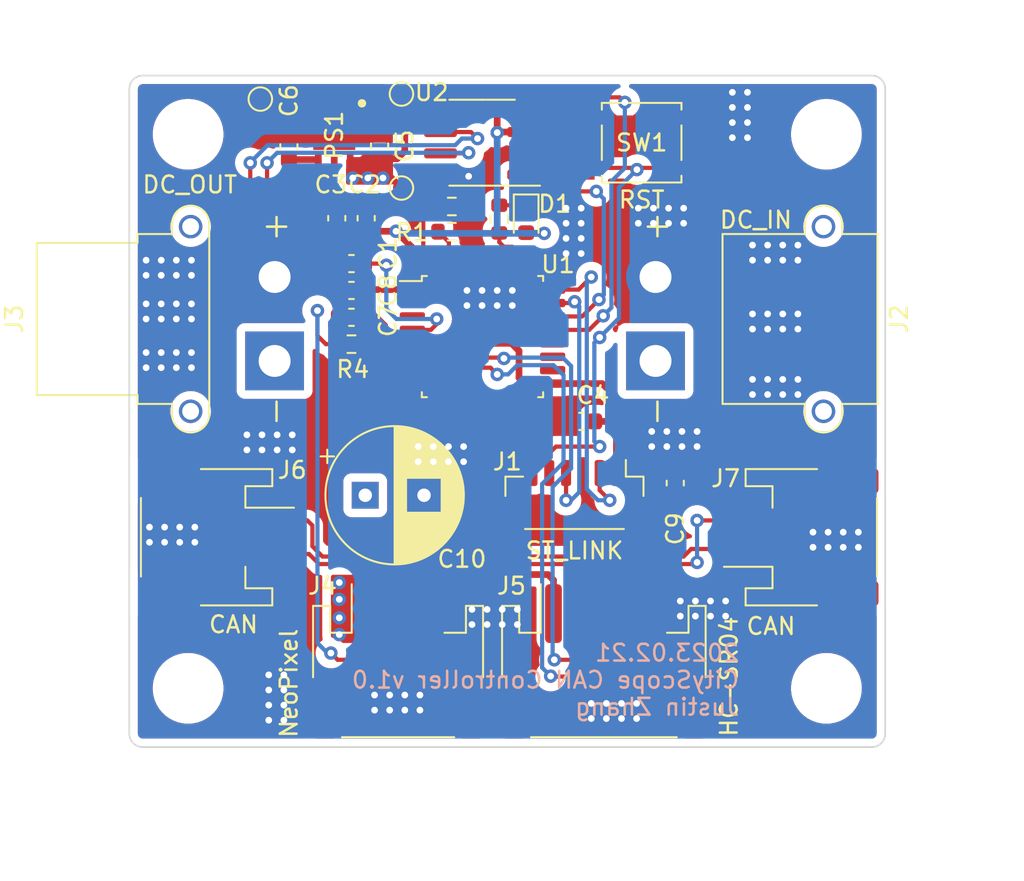
<source format=kicad_pcb>
(kicad_pcb (version 20211014) (generator pcbnew)
  (title_block (title "CityScope Controller") (date "2023-02-21") (rev "v1.0"))
  (layers (0 "F.Cu" signal) (1 "In1.Cu" signal "In1-PWR.Cu") (2 "In2.Cu" signal "In2-GND.Cu") (31 "B.Cu" signal) (34 "B.Paste" user) (35 "F.Paste" user) (36 "B.SilkS" user "B.Silkscreen") (37 "F.SilkS" user "F.Silkscreen") (38 "B.Mask" user) (39 "F.Mask" user) (44 "Edge.Cuts" user))
  (net 0 "")
  (net 1 "+5V")
  (net 2 "GND")
  (net 3 "+3.3V")
  (net 4 "/NRST")
  (net 5 "Net-(D1-Pad1)")
  (net 6 "/SWCLK")
  (net 7 "/HC_TRIG")
  (net 8 "/HC_ECHO")
  (net 9 "/CAN_H")
  (net 10 "/CAN_L")
  (net 11 "/SWDIO")
  (net 13 "Net-(J4-Pad2)")
  (net 16 "Net-(R1-Pad1)")
  (net 17 "/LED")
  (net 18 "/N_DI")
  (net 19 "Net-(R3-Pad1)")
  (net 20 "/CAN_TX")
  (net 21 "/CAN_RX")
  (footprint "Resistor_SMD:R_0603_1608Metric" (layer "F.Cu") (at 173.2 81.3)
    (fp_text reference "R1")
    (fp_text value "100k")
  )
  (footprint "Capacitor_SMD:C_0603_1608Metric" (layer "F.Cu") (at 167.225 83.2 180)
    (fp_text reference "C1")
    (fp_text value "100nF")
  )
  (footprint "Capacitor_SMD:C_0603_1608Metric" (layer "F.Cu") (at 168.1 80.5 -90)
    (fp_text reference "C2")
    (fp_text value "100nF")
  )
  (footprint "Connector_AMASS:AMASS_XT30PW-F_1x02_P2.50mm_Horizontal" (layer "F.Cu") (at 162.65 89 90)
    (fp_text reference "J3")
    (fp_text value "DC_OUT")
  )
  (footprint "CityScope_Component:SON95P300X300X100-7N-D" (layer "F.Cu") (at 166.2 75.555 -90)
    (fp_text reference "PS1")
    (fp_text value "LD39050PU33R" hide)
  )
  (footprint "MountingHole:MountingHole_3.2mm_M3" (layer "F.Cu") (at 157.5 75.5)
    (fp_text reference "H2" hide)
    (fp_text value "M3")
  )
  (footprint "TestPoint:TestPoint_Pad_D1.0mm" (layer "F.Cu") (at 170.2 78.7)
    (fp_text reference "TP1" hide)
    (fp_text value "5V")
  )
  (footprint "Connector_AMASS:AMASS_XT30PW-M_1x02_P2.50mm_Horizontal" (layer "F.Cu") (at 185.325 89 -90)
    (fp_text reference "J2")
    (fp_text value "DC_IN")
  )
  (footprint "Package_QFP:LQFP-32_7x7mm_P0.8mm" (layer "F.Cu") (at 175.025 87.55)
    (fp_text reference "U1")
    (fp_text value "STM32F303K8Tx")
  )
  (footprint "TestPoint:TestPoint_Pad_D1.0mm" (layer "F.Cu") (at 161.8 73.4)
    (fp_text reference "TP3" hide)
    (fp_text value "GND")
  )
  (footprint "Connector_JST:JST_PH_S2B-PH-SM4-TB_1x02-1MP_P2.00mm_Horizontal" (layer "F.Cu") (at 159.2 99.5 -90)
    (fp_text reference "J6")
    (fp_text value "CAN")
  )
  (footprint "TestPoint:TestPoint_Pad_D1.0mm" (layer "F.Cu") (at 170.2 73.1)
    (fp_text reference "TP2" hide)
    (fp_text value "3.3V")
  )
  (footprint "Fiducial:Fiducial_0.75mm_Mask1.5mm" (layer "F.Cu") (at 162 105.5)
    (fp_text reference "FID1" hide)
    (fp_text value "Fiducial")
  )
  (footprint "Capacitor_SMD:C_0603_1608Metric" (layer "F.Cu") (at 180.925 92.6)
    (fp_text reference "C4")
    (fp_text value "100nF")
  )
  (footprint "Capacitor_SMD:C_0603_1608Metric" (layer "F.Cu") (at 168.9 76.18 -90)
    (fp_text reference "C5")
    (fp_text value "1uF")
  )
  (footprint "Connector_JST:JST_SH_BM06B-SRSS-TB_1x06-1MP_P1.00mm_Vertical" (layer "F.Cu") (at 180.5 97 180)
    (fp_text reference "J1")
    (fp_text value "ST_LINK")
  )
  (footprint "Capacitor_SMD:C_0603_1608Metric" (layer "F.Cu") (at 166.35 80.5 -90)
    (fp_text reference "C3")
    (fp_text value "4.7uF")
  )
  (footprint "Resistor_SMD:R_0603_1608Metric" (layer "F.Cu") (at 167.225 88)
    (fp_text reference "R4")
    (fp_text value "470")
  )
  (footprint "Capacitor_SMD:C_0603_1608Metric" (layer "F.Cu") (at 163.5 76.23 -90)
    (fp_text reference "C6")
    (fp_text value "1uF")
  )
  (footprint "Connector_JST:JST_PH_S4B-PH-SM4-TB_1x04-1MP_P2.00mm_Horizontal" (layer "F.Cu") (at 182.25 106.9)
    (fp_text reference "J5")
    (fp_text value "HC-SR04")
  )
  (footprint "MountingHole:MountingHole_3.2mm_M3" (layer "F.Cu") (at 195.5 108.5)
    (fp_text reference "H1" hide)
    (fp_text value "M3")
  )
  (footprint "MountingHole:MountingHole_3.2mm_M3" (layer "F.Cu") (at 195.5 75.5)
    (fp_text reference "H4" hide)
    (fp_text value "M3")
  )
  (footprint "Capacitor_SMD:C_0603_1608Metric" (layer "F.Cu") (at 167.225 86.4)
    (fp_text reference "C7")
    (fp_text value "10nF")
  )
  (footprint "Resistor_SMD:R_0603_1608Metric" (layer "F.Cu") (at 173.2 79.8)
    (fp_text reference "R3" hide)
    (fp_text value "10k")
  )
  (footprint "Button_Switch_SMD:SW_SPST_TL3305A" (layer "F.Cu") (at 184.5 76)
    (fp_text reference "SW1")
    (fp_text value "RST")
  )
  (footprint "Fiducial:Fiducial_0.75mm_Mask1.5mm" (layer "F.Cu") (at 190.5 78)
    (fp_text reference "FID2" hide)
    (fp_text value "Fiducial")
  )
  (footprint "Connector_JST:JST_PH_S2B-PH-SM4-TB_1x02-1MP_P2.00mm_Horizontal" (layer "F.Cu") (at 194 99.5 90)
    (fp_text reference "J7")
    (fp_text value "CAN")
  )
  (footprint "Capacitor_SMD:C_0603_1608Metric" (layer "F.Cu") (at 167.225 84.8)
    (fp_text reference "C8")
    (fp_text value "1uF")
  )
  (footprint "Resistor_SMD:R_0603_1608Metric" (layer "F.Cu") (at 176.025 80.55 90)
    (fp_text reference "R2" hide)
    (fp_text value "1k")
  )
  (footprint "Connector_JST:JST_PH_S3B-PH-SM4-TB_1x03-1MP_P2.00mm_Horizontal" (layer "F.Cu") (at 170 106.9)
    (fp_text reference "J4")
    (fp_text value "NeoPixel")
  )
  (footprint "Capacitor_SMD:C_0603_1608Metric" (layer "F.Cu") (at 186.5 96.275 90)
    (fp_text reference "C9")
    (fp_text value "100nF")
  )
  (footprint "Package_SO:SOIC-8_3.9x4.9mm_P1.27mm" (layer "F.Cu") (at 175 76 180)
    (fp_text reference "U2")
    (fp_text value "SN65HVD231")
  )
  (footprint "Capacitor_THT:CP_Radial_D8.0mm_P3.50mm" (layer "F.Cu") (at 168.044698 97)
    (fp_text reference "C10")
    (fp_text value "1000uF")
  )
  (footprint "MountingHole:MountingHole_3.2mm_M3" (layer "F.Cu") (at 157.5 108.5)
    (fp_text reference "H3" hide)
    (fp_text value "M3")
  )
  (footprint "LED_SMD:LED_0603_1608Metric" (layer "F.Cu") (at 177.625 80.57 -90)
    (fp_text reference "D1")
    (fp_text value "LED")
  )
  (gr_arc (start 154.8 112) (mid 154.234315 111.765685) (end 154 111.2) (layer "Edge.Cuts") (width 0.1))
  (gr_arc (start 199 111.2) (mid 198.765685 111.765685) (end 198.2 112) (layer "Edge.Cuts") (width 0.1))
  (gr_line (start 154 72.8) (end 154 111.2) (layer "Edge.Cuts") (width 0.1))
  (gr_arc (start 154 72.8) (mid 154.234315 72.234315) (end 154.8 72) (layer "Edge.Cuts") (width 0.1))
  (gr_line (start 199 111.2) (end 199 72.8) (layer "Edge.Cuts") (width 0.1))
  (gr_line (start 154.8 112) (end 198.2 112) (layer "Edge.Cuts") (width 0.1))
  (gr_arc (start 198.2 72) (mid 198.765685 72.234315) (end 199 72.8) (layer "Edge.Cuts") (width 0.1))
  (gr_line (start 198.2 72) (end 154.8 72) (layer "Edge.Cuts") (width 0.1))
  (gr_text "2023.02.21\nCityScope CAN Controller v1.0\nJustin Zhang" (at 190.4 108) (layer "B.SilkS") (effects (font (size 1 1)) (justify left mirror)))
  (segment (start 167.15 77.055) (end 168.8 77.055) (width 0.4) (layer "F.Cu") (net 1))
  (segment (start 167.15 74.055) (end 169.855 74.055) (width 0.4) (layer "F.Cu") (net 1))
  (segment (start 168.575 101.725) (end 178.925 101.725) (width 0.4) (layer "F.Cu") (net 1))
  (segment (start 169.6 78.1) (end 170.2 78.7) (width 0.4) (layer "F.Cu") (net 1))
  (segment (start 168 104.05) (end 168 102.3) (width 0.4) (layer "F.Cu") (net 1))
  (segment (start 170.4 76.5) (end 170.4 74.6) (width 0.4) (layer "F.Cu") (net 1))
  (segment (start 178.925 101.725) (end 179.25 102.05) (width 0.4) (layer "F.Cu") (net 1))
  (segment (start 168 102.3) (end 168.575 101.725) (width 0.4) (layer "F.Cu") (net 1))
  (segment (start 168.8 77.055) (end 168.9 76.955) (width 0.4) (layer "F.Cu") (net 1))
  (segment (start 168.9 76.955) (end 169.945 76.955) (width 0.4) (layer "F.Cu") (net 1))
  (segment (start 179.25 102.05) (end 179.25 104.05) (width 0.4) (layer "F.Cu") (net 1))
  (segment (start 169.855 74.055) (end 170.4 74.6) (width 0.4) (layer "F.Cu") (net 1))
  (segment (start 169.1 78.1) (end 169.6 78.1) (width 0.4) (layer "F.Cu") (net 1))
  (segment (start 169.945 76.955) (end 170.4 76.5) (width 0.4) (layer "F.Cu") (net 1))
  (via (at 168.2 78.1) (size 0.8) (drill 0.4) (layers "F.Cu" "B.Cu") (net 1))
  (via (at 166.5 103.2) (size 0.8) (drill 0.4) (layers "F.Cu" "B.Cu") (net 1))
  (via (at 166.5 102.2) (size 0.8) (drill 0.4) (layers "F.Cu" "B.Cu") (net 1))
  (via (at 167.3 78.1) (size 0.8) (drill 0.4) (layers "F.Cu" "B.Cu") (net 1))
  (via (at 169.1 78.1) (size 0.8) (drill 0.4) (layers "F.Cu" "B.Cu") (net 1))
  (via (at 166.5 104.3) (size 0.8) (drill 0.4) (layers "F.Cu" "B.Cu") (net 1))
  (via (at 166.5 105.3) (size 0.8) (drill 0.4) (layers "F.Cu" "B.Cu") (net 1))
  (segment (start 174.025 81.3) (end 174.025 79.8) (width 0.25) (layer "F.Cu") (net 2))
  (segment (start 168.75 75.555) (end 166.2 75.555) (width 0.25) (layer "F.Cu") (net 2))
  (segment (start 165 83.2) (end 164.2 84) (width 0.25) (layer "F.Cu") (net 2))
  (segment (start 179.5 74.9) (end 179.9 74.5) (width 0.25) (layer "F.Cu") (net 2))
  (segment (start 168.9 75.405) (end 168.75 75.555) (width 0.25) (layer "F.Cu") (net 2))
  (segment (start 179.8 91.7) (end 177.85 91.7) (width 0.25) (layer "F.Cu") (net 2))
  (segment (start 179.9 74.5) (end 180.9 74.5) (width 0.25) (layer "F.Cu") (net 2))
  (segment (start 171.5 82.65) (end 171.5 80.3) (width 0.25) (layer "F.Cu") (net 2))
  (segment (start 166.45 84.8) (end 166.45 86.4) (width 0.25) (layer "F.Cu") (net 2))
  (segment (start 166.2 75.555) (end 163.6 75.555) (width 0.25) (layer "F.Cu") (net 2))
  (segment (start 163.6 75.555) (end 163.5 75.455) (width 0.25) (layer "F.Cu") (net 2))
  (segment (start 188.1 74.5) (end 180.9 74.5) (width 0.25) (layer "F.Cu") (net 2))
  (segment (start 171.5 80.3) (end 170.925 79.725) (width 0.25) (layer "F.Cu") (net 2))
  (segment (start 170.925 79.725) (end 168.1 79.725) (width 0.25) (layer "F.Cu") (net 2))
  (segment (start 179.065 76.635) (end 179.5 76.2) (width 0.25) (layer "F.Cu") (net 2))
  (segment (start 177.85 91.7) (end 177.825 91.725) (width 0.25) (layer "F.Cu") (net 2))
  (segment (start 177.475 76.635) (end 179.065 76.635) (width 0.25) (layer "F.Cu") (net 2))
  (segment (start 166.2 74.055) (end 166.2 75.555) (width 0.25) (layer "F.Cu") (net 2))
  (segment (start 180.15 92.05) (end 179.8 91.7) (width 0.25) (layer "F.Cu") (net 2))
  (segment (start 179.5 76.2) (end 179.5 74.9) (width 0.25) (layer "F.Cu") (net 2))
  (segment (start 172.225 83.375) (end 171.5 82.65) (width 0.25) (layer "F.Cu") (net 2))
  (segment (start 166.35 79.725) (end 168.1 79.725) (width 0.25) (layer "F.Cu") (net 2))
  (segment (start 166.45 83.2) (end 165 83.2) (width 0.25) (layer "F.Cu") (net 2))
  (segment (start 166.45 83.2) (end 166.45 84.8) (width 0.25) (layer "F.Cu") (net 2))
  (segment (start 164.2 84) (end 162.65 84) (width 0.25) (layer "F.Cu") (net 2))
  (segment (start 180.15 92.6) (end 180.15 92.05) (width 0.25) (layer "F.Cu") (net 2))
  (via (at 156.8 88.5) (size 0.8) (drill 0.4) (layers "F.Cu" "B.Cu") (net 2))
  (via (at 173.9 94.1) (size 0.8) (drill 0.4) (layers "F.Cu" "B.Cu") (net 2))
  (via (at 157.7 88.5) (size 0.8) (drill 0.4) (layers "F.Cu" "B.Cu") (net 2))
  (via (at 193.8 82.1) (size 0.8) (drill 0.4) (layers "F.Cu" "B.Cu") (net 2))
  (via (at 173 95) (size 0.8) (drill 0.4) (layers "F.Cu" "B.Cu") (net 2))
  (via (at 156.8 85.6) (size 0.8) (drill 0.4) (layers "F.Cu" "B.Cu") (net 2))
  (via (at 186.8 103.3) (size 0.8) (drill 0.4) (layers "F.Cu" "B.Cu") (net 2))
  (via (at 180.9 82.6) (size 0.8) (drill 0.4) (layers "F.Cu" "B.Cu") (net 2))
  (via (at 180.9 81.7) (size 0.8) (drill 0.4) (layers "F.Cu" "B.Cu") (net 2))
  (via (at 162.3 107.7) (size 0.8) (drill 0.4) (layers "F.Cu" "B.Cu") (net 2))
  (via (at 192 87.1) (size 0.8) (drill 0.4) (layers "F.Cu" "B.Cu") (net 2))
  (via (at 186.9 93.2) (size 0.8) (drill 0.4) (layers "F.Cu" "B.Cu") (net 2))
  (via (at 155 89.4) (size 0.8) (drill 0.4) (layers "F.Cu" "B.Cu") (net 2))
  (via (at 171.3 109.8) (size 0.8) (drill 0.4) (layers "F.Cu" "B.Cu") (net 2))
  (via (at 190.8 74.8) (size 0.8) (drill 0.4) (layers "F.Cu" "B.Cu") (net 2))
  (via (at 188.6 103.3) (size 0.8) (drill 0.4) (layers "F.Cu" "B.Cu") (net 2))
  (via (at 172.1 94.1) (size 0.8) (drill 0.4) (layers "F.Cu" "B.Cu") (net 2))
  (via (at 161 93.4) (size 0.8) (drill 0.4) (layers "F.Cu" "B.Cu") (net 2))
  (via (at 174.4 103.8) (size 0.8) (drill 0.4) (layers "F.Cu" "B.Cu") (net 2))
  (via (at 157 99.8) (size 0.8) (drill 0.4) (layers "F.Cu" "B.Cu") (net 2))
  (via (at 171.3 108.9) (size 0.8) (drill 0.4) (layers "F.Cu" "B.Cu") (net 2))
  (via (at 161.9 94.3) (size 0.8) (drill 0.4) (layers "F.Cu" "B.Cu") (net 2))
  (via (at 170.4 108.9) (size 0.8) (drill 0.4) (layers "F.Cu" "B.Cu") (net 2))
  (via (at 193.8 91) (size 0.8) (drill 0.4) (layers "F.Cu" "B.Cu") (net 2))
  (via (at 186 94.1) (size 0.8) (drill 0.4) (layers "F.Cu" "B.Cu") (net 2))
  (via (at 192.9 82.1) (size 0.8) (drill 0.4) (layers "F.Cu" "B.Cu") (net 2))
  (via (at 162.3 109.5) (size 0.8) (drill 0.4) (layers "F.Cu" "B.Cu") (net 2))
  (via (at 191.1 87.1) (size 0.8) (drill 0.4) (layers "F.Cu" "B.Cu") (net 2))
  (via (at 191.1 90.1) (size 0.8) (drill 0.4) (layers "F.Cu" "B.Cu") (net 2))
  (via (at 163.2 110.4) (size 0.8) (drill 0.4) (layers "F.Cu" "B.Cu") (net 2))
  (via (at 187.8 94.1) (size 0.8) (drill 0.4) (layers "F.Cu" "B.Cu") (net 2))
  (via (at 156.1 98.9) (size 0.8) (drill 0.4) (layers "F.Cu" "B.Cu") (net 2))
  (via (at 156.1 99.8) (size 0.8) (drill 0.4) (layers "F.Cu" "B.Cu") (net 2))
  (via (at 181.5 109.4) (size 0.8) (drill 0.4) (layers "F.Cu" "B.Cu") (net 2))
  (via (at 195.6 99.2) (size 0.8) (drill 0.4) (layers "F.Cu" "B.Cu") (net 2))
  (via (at 174.1 84.8) (size 0.8) (drill 0.4) (layers "F.Cu" "B.Cu") (net 2))
  (via (at 155 83.9) (size 0.8) (drill 0.4) (layers "F.Cu" "B.Cu") (net 2))
  (via (at 190.8 73.9) (size 0.8) (drill 0.4) (layers "F.Cu" "B.Cu") (net 2))
  (via (at 187.8 93.2) (size 0.8) (drill 0.4) (layers "F.Cu" "B.Cu") (net 2))
  (via (at 185.2 80.8) (size 0.8) (drill 0.4) (layers "F.Cu" "B.Cu") (net 2))
  (via (at 182.4 109.4) (size 0.8) (drill 0.4) (layers "F.Cu" "B.Cu") (net 2))
  (via (at 188.6 104.2) (size 0.8) (drill 0.4) (layers "F.Cu" "B.Cu") (net 2))
  (via (at 173 94.1) (size 0.8) (drill 0.4) (layers "F.Cu" "B.Cu") (net 2))
  (via (at 192 83) (size 0.8) (drill 0.4) (layers "F.Cu" "B.Cu") (net 2))
  (via (at 189.9 73) (size 0.8) (drill 0.4) (layers "F.Cu" "B.Cu") (net 2))
  (via (at 180 81.7) (size 0.8) (drill 0.4) (layers "F.Cu" "B.Cu") (net 2))
  (via (at 175.3 103.8) (size 0.8) (drill 0.4) (layers "F.Cu" "B.Cu") (net 2))
  (via (at 192.9 90.1) (size 0.8) (drill 0.4) (layers "F.Cu" "B.Cu") (net 2))
  (via (at 157.9 99.8) (size 0.8) (drill 0.4) (layers "F.Cu" "B.Cu") (net 2))
  (via (at 176.8 85.7) (size 0.8) (drill 0.4) (layers "F.Cu" "B.Cu") (net 2))
  (via (at 157.7 89.4) (size 0.8) (drill 0.4) (layers "F.Cu" "B.Cu") (net 2))
  (via (at 155.9 83.9) (size 0.8) (drill 0.4) (layers "F.Cu" "B.Cu") (net 2))
  (via (at 157.7 86.5) (size 0.8) (drill 0.4) (layers "F.Cu" "B.Cu") (net 2))
  (via (at 193.8 83) (size 0.8) (drill 0.4) (layers "F.Cu" "B.Cu") (net 2))
  (via (at 180 80.8) (size 0.8) (drill 0.4) (layers "F.Cu" "B.Cu") (net 2))
  (via (at 176.2 104.7) (size 0.8) (drill 0.4) (layers "F.Cu" "B.Cu") (net 2))
  (via (at 176.8 84.8) (size 0.8) (drill 0.4) (layers "F.Cu" "B.Cu") (net 2))
  (via (at 155.2 98.9) (size 0.8) (drill 0.4) (layers "F.Cu" "B.Cu") (net 2))
  (via (at 189.5 104.2) (size 0.8) (drill 0.4) (layers "F.Cu" "B.Cu") (net 2))
  (via (at 180 79.9) (size 0.8) (drill 0.4) (layers "F.Cu" "B.Cu") (net 2))
  (via (at 183.3 110.3) (size 0.8) (drill 0.4) (layers "F.Cu" "B.Cu") (net 2))
  (via (at 155 83) (size 0.8) (drill 0.4) (layers "F.Cu" "B.Cu") (net 2))
  (via (at 156.8 86.5) (size 0.8) (drill 0.4) (layers "F.Cu" "B.Cu") (net 2))
  (via (at 191.1 83) (size 0.8) (drill 0.4) (layers "F.Cu" "B.Cu") (net 2))
  (via (at 189.9 74.8) (size 0.8) (drill 0.4) (layers "F.Cu" "B.Cu") (net 2))
  (via (at 190.8 73) (size 0.8) (drill 0.4) (layers "F.Cu" "B.Cu") (net 2))
  (via (at 175 84.8) (size 0.8) (drill 0.4) (layers "F.Cu" "B.Cu") (net 2))
  (via (at 155.9 89.4) (size 0.8) (drill 0.4) (layers "F.Cu" "B.Cu") (net 2))
  (via (at 193.8 90.1) (size 0.8) (drill 0.4) (layers "F.Cu" "B.Cu") (net 2))
  (via (at 186.1 79.9) (size 0.8) (drill 0.4) (layers "F.Cu" "B.Cu") (net 2))
  (via (at 186.9 94.1) (size 0.8) (drill 0.4) (layers "F.Cu" "B.Cu") (net 2))
  (via (at 173.9 95) (size 0.8) (drill 0.4) (layers "F.Cu" "B.Cu") (net 2))
  (via (at 156.8 89.4) (size 0.8) (drill 0.4) (layers "F.Cu" "B.Cu") (net 2))
  (via (at 192.9 91) (size 0.8) (drill 0.4) (layers "F.Cu" "B.Cu") (net 2))
  (via (at 191.1 86.2) (size 0.8) (drill 0.4) (layers "F.Cu" "B.Cu") (net 2))
  (via (at 192.9 86.2) (size 0.8) (drill 0.4) (layers "F.Cu" "B.Cu") (net 2))
  (via (at 163.2 107.7) (size 0.8) (drill 0.4) (layers "F.Cu" "B.Cu") (net 2))
  (via (at 157.7 83.9) (size 0.8) (drill 0.4) (layers "F.Cu" "B.Cu") (net 2))
  (via (at 185.2 79.9) (size 0.8) (drill 0.4) (layers "F.Cu" "B.Cu") (net 2))
  (via (at 157.7 83) (size 0.8) (drill 0.4) (layers "F.Cu" "B.Cu") (net 2))
  (via (at 193.8 86.2) (size 0.8) (drill 0.4) (layers "F.Cu" "B.Cu") (net 2))
  (via (at 192 86.2) (size 0.8) (drill 0.4) (layers "F.Cu" "B.Cu") (net 2))
  (via (at 186.8 104.2) (size 0.8) (drill 0.4) (layers "F.Cu" "B.Cu") (net 2))
  (via (at 192 82.1) (size 0.8) (drill 0.4) (layers "F.Cu" "B.Cu") (net 2))
  (via (at 185.1 93.2) (size 0.8) (drill 0.4) (layers "F.Cu" "B.Cu") (net 2))
  (via (at 157 98.9) (size 0.8) (drill 0.4) (layers "F.Cu" "B.Cu") (net 2))
  (via (at 176.2 103.8) (size 0.8) (drill 0.4) (layers "F.Cu" "B.Cu") (net 2))
  (via (at 177.1 103.8) (size 0.8) (drill 0.4) (layers "F.Cu" "B.Cu") (net 2))
  (via (at 169.5 108.9) (size 0.8) (drill 0.4) (layers "F.Cu" "B.Cu") (net 2))
  (via (at 162.8 93.4) (size 0.8) (drill 0.4) (layers "F.Cu" "B.Cu") (net 2))
  (via (at 155 88.5) (size 0.8) (drill 0.4) (layers "F.Cu" "B.Cu") (net 2))
  (via (at 190.8 75.7) (size 0.8) (drill 0.4) (layers "F.Cu" "B.Cu") (net 2))
  (via (at 157.9 98.9) (size 0.8) (drill 0.4) (layers "F.Cu" "B.Cu") (net 2))
  (via (at 184.3 79.9) (size 0.8) (drill 0.4) (layers "F.Cu" "B.Cu") (net 2))
  (via (at 184.2 110.3) (size 0.8) (drill 0.4) (layers "F.Cu" "B.Cu") (net 2))
  (via (at 168.6 109.8) (size 0.8) (drill 0.4) (layers "F.Cu" "B.Cu") (net 2))
  (via (at 192 91) (size 0.8) (drill 0.4) (layers "F.Cu" "B.Cu") (net 2))
  (via (at 169.5 109.8) (size 0.8) (drill 0.4) (layers "F.Cu" "B.Cu") (net 2))
  (via (at 185.1 94.1) (size 0.8) (drill 0.4) (layers "F.Cu" "B.Cu") (net 2))
  (via (at 186.1 80.8) (size 0.8) (drill 0.4) (layers "F.Cu" "B.Cu") (net 2))
  (via (at 155.2 99.8) (size 0.8) (drill 0.4) (layers "F.Cu" "B.Cu") (net 2))
  (via (at 163.7 94.3) (size 0.8) (drill 0.4) (layers "F.Cu" "B.Cu") (net 2))
  (via (at 171.2 94.1) (size 0.8) (drill 0.4) (layers "F.Cu" "B.Cu") (net 2))
  (via (at 156.8 83.9) (size 0.8) (drill 0.4) (layers "F.Cu" "B.Cu") (net 2))
  (via (at 192.9 83) (size 0.8) (drill 0.4) (layers "F.Cu" "B.Cu") (net 2))
  (via (at 175.3 104.7) (size 0.8) (drill 0.4) (layers "F.Cu" "B.Cu") (net 2))
  (via (at 191.1 82.1) (size 0.8) (drill 0.4) (layers "F.Cu" "B.Cu") (net 2))
  (via (at 194.7 100.1) (size 0.8) (drill 0.4) (layers "F.Cu" "B.Cu") (net 2))
  (via (at 155.9 85.6) (size 0.8) (drill 0.4) (layers "F.Cu" "B.Cu") (net 2))
  (via (at 155.9 83) (size 0.8) (drill 0.4) (layers "F.Cu" "B.Cu") (net 2))
  (via (at 156.8 83) (size 0.8) (drill 0.4) (layers "F.Cu" "B.Cu") (net 2))
  (via (at 170.4 109.8) (size 0.8) (drill 0.4) (layers "F.Cu" "B.Cu") (net 2))
  (via (at 155.9 86.5) (size 0.8) (drill 0.4) (layers "F.Cu" "B.Cu") (net 2))
  (via (at 180.9 80.8) (size 0.8) (drill 0.4) (layers "F.Cu" "B.Cu") (net 2))
  (via (at 161.9 93.4) (size 0.8) (drill 0.4) (layers "F.Cu" "B.Cu") (net 2))
  (via (at 192.9 87.1) (size 0.8) (drill 0.4) (layers "F.Cu" "B.Cu") (net 2))
  (via (at 180.9 79.9) (size 0.8) (drill 0.4) (layers "F.Cu" "B.Cu") (net 2))
  (via (at 163.2 109.5) (size 0.8) (drill 0.4) (layers "F.Cu" "B.Cu") (net 2))
  (via (at 189.9 75.7) (size 0.8) (drill 0.4) (layers "F.Cu" "B.Cu") (net 2))
  (via (at 171.2 95) (size 0.8) (drill 0.4) (layers "F.Cu" "B.Cu") (net 2))
  (via (at 195.6 100.1) (size 0.8) (drill 0.4) (layers "F.Cu" "B.Cu") (net 2))
  (via (at 193.8 87.1) (size 0.8) (drill 0.4) (layers "F.Cu" "B.Cu") (net 2))
  (via (at 157.7 85.6) (size 0.8) (drill 0.4) (layers "F.Cu" "B.Cu") (net 2))
  (via (at 174.4 104.7) (size 0.8) (drill 0.4) (layers "F.Cu" "B.Cu") (net 2))
  (via (at 187 79.9) (size 0.8) (drill 0.4) (layers "F.Cu" "B.Cu") (net 2))
  (via (at 177.1 104.7) (size 0.8) (drill 0.4) (layers "F.Cu" "B.Cu") (net 2))
  (via (at 175.9 85.7) (size 0.8) (drill 0.4) (layers "F.Cu" "B.Cu") (net 2))
  (via (at 194.7 99.2) (size 0.8) (drill 0.4) (layers "F.Cu" "B.Cu") (net 2))
  (via (at 187 80.8) (size 0.8) (drill 0.4) (layers "F.Cu" "B.Cu") (net 2))
  (via (at 155 86.5) (size 0.8) (drill 0.4) (layers "F.Cu" "B.Cu") (net 2))
  (via (at 189.5 103.3) (size 0.8) (drill 0.4) (layers "F.Cu" "B.Cu") (net 2))
  (via (at 162.8 94.3) (size 0.8) (drill 0.4) (layers "F.Cu" "B.Cu") (net 2))
  (via (at 192 90.1) (size 0.8) (drill 0.4) (layers "F.Cu" "B.Cu") (net 2))
  (via (at 174.1 85.7) (size 0.8) (drill 0.4) (layers "F.Cu" "B.Cu") (net 2))
  (via (at 189.9 73.9) (size 0.8) (drill 0.4) (layers "F.Cu" "B.Cu") (net 2))
  (via (at 180 82.6) (size 0.8) (drill 0.4) (layers "F.Cu" "B.Cu") (net 2))
  (via (at 182.4 110.3) (size 0.8) (drill 0.4) (layers "F.Cu" "B.Cu") (net 2))
  (via (at 172.1 95) (size 0.8) (drill 0.4) (layers "F.Cu" "B.Cu") (net 2))
  (via (at 187.7 103.3) (size 0.8) (drill 0.4) (layers "F.Cu" "B.Cu") (net 2))
  (via (at 181.5 110.3) (size 0.8) (drill 0.4) (layers "F.Cu" "B.Cu") (net 2))
  (via (at 163.7 93.4) (size 0.8) (drill 0.4) (layers "F.Cu" "B.Cu") (net 2))
  (via (at 197.4 99.2) (size 0.8) (drill 0.4) (layers "F.Cu" "B.Cu") (net 2))
  (via (at 184.3 80.8) (size 0.8) (drill 0.4) (layers "F.Cu" "B.Cu") (net 2))
  (via (at 174.2 78) (size 0.8) (drill 0.4) (layers "F.Cu" "B.Cu") (net 2))
  (via (at 163.2 108.6) (size 0.8) (drill 0.4) (layers "F.Cu" "B.Cu") (net 2))
  (via (at 168.6 108.9) (size 0.8) (drill 0.4) (layers "F.Cu" "B.Cu") (net 2))
  (via (at 161 94.3) (size 0.8) (drill 0.4) (layers "F.Cu" "B.Cu") (net 2))
  (via (at 191.1 91) (size 0.8) (drill 0.4) (layers "F.Cu" "B.Cu") (net 2))
  (via (at 196.5 99.2) (size 0.8) (drill 0.4) (layers "F.Cu" "B.Cu") (net 2))
  (via (at 186 93.2) (size 0.8) (drill 0.4) (layers "F.Cu" "B.Cu") (net 2))
  (via (at 183.3 109.4) (size 0.8) (drill 0.4) (layers "F.Cu" "B.Cu") (net 2))
  (via (at 175 85.7) (size 0.8) (drill 0.4) (layers "F.Cu" "B.Cu") (net 2))
  (via (at 196.5 100.1) (size 0.8) (drill 0.4) (layers "F.Cu" "B.Cu") (net 2))
  (via (at 197.4 100.1) (size 0.8) (drill 0.4) (layers "F.Cu" "B.Cu") (net 2))
  (via (at 187.7 104.2) (size 0.8) (drill 0.4) (layers "F.Cu" "B.Cu") (net 2))
  (via (at 155 85.6) (size 0.8) (drill 0.4) (layers "F.Cu" "B.Cu") (net 2))
  (via (at 162.3 110.4) (size 0.8) (drill 0.4) (layers "F.Cu" "B.Cu") (net 2))
  (via (at 184.2 109.4) (size 0.8) (drill 0.4) (layers "F.Cu" "B.Cu") (net 2))
  (via (at 162.3 108.6) (size 0.8) (drill 0.4) (layers "F.Cu" "B.Cu") (net 2))
  (via (at 155.9 88.5) (size 0.8) (drill 0.4) (layers "F.Cu" "B.Cu") (net 2))
  (via (at 175.9 84.8) (size 0.8) (drill 0.4) (layers "F.Cu" "B.Cu") (net 2))
  (segment (start 166.35 81.275) (end 165.875 81.275) (width 0.4) (layer "F.Cu") (net 3))
  (segment (start 185.75 97.05) (end 184.375 95.675) (width 0.4) (layer "F.Cu") (net 3))
  (segment (start 183 95.675) (end 183 92.9) (width 0.4) (layer "F.Cu") (net 3))
  (segment (start 179.2 90.35) (end 177.55 90.35) (width 0.4) (layer "F.Cu") (net 3))
  (segment (start 177.2 90) (end 177.2 88.4) (width 0.4) (layer "F.Cu") (net 3))
  (segment (start 186.5 97.05) (end 185.75 97.05) (width 0.4) (layer "F.Cu") (net 3))
  (segment (start 175.935 75.365) (end 175.9 75.4) (width 0.4) (layer "F.Cu") (net 3))
  (segment (start 170.85 82.25) (end 170.85 84.75) (width 0.4) (layer "F.Cu") (net 3))
  (segment (start 169.2 86.9) (end 169.2 87.4) (width 0.4) (layer "F.Cu") (net 3))
  (segment (start 182.15 90.35) (end 183 91.2) (width 0.4) (layer "F.Cu") (net 3))
  (segment (start 169.2 87.4) (end 169.75 87.95) (width 0.4) (layer "F.Cu") (net 3))
  (segment (start 178.7 81.4) (end 177.6675 81.4) (width 0.4) (layer "F.Cu") (net 3))
  (segment (start 169.875 81.275) (end 170.85 82.25) (width 0.4) (layer "F.Cu") (net 3))
  (segment (start 183 91.2) (end 183 92.6) (width 0.4) (layer "F.Cu") (net 3))
  (segment (start 163.5 77.005) (end 165.2 77.005) (width 0.4) (layer "F.Cu") (net 3))
  (segment (start 169.75 87.95) (end 170.85 87.95) (width 0.4) (layer "F.Cu") (net 3))
  (segment (start 168 86.4) (end 168.7 86.4) (width 0.4) (layer "F.Cu") (net 3))
  (segment (start 179.2 90.35) (end 182.15 90.35) (width 0.4) (layer "F.Cu") (net 3))
  (segment (start 183 92.6) (end 183 92.9) (width 0.4) (layer "F.Cu") (net 3))
  (segment (start 168.7 86.4) (end 169.2 86.9) (width 0.4) (layer "F.Cu") (net 3))
  (segment (start 175.3 73.1) (end 175.9 73.7) (width 0.4) (layer "F.Cu") (net 3))
  (segment (start 177.2 88.4) (end 176.75 87.95) (width 0.4) (layer "F.Cu") (net 3))
  (segment (start 177.55 90.35) (end 177.2 90) (width 0.4) (layer "F.Cu") (net 3))
  (segment (start 184.375 95.675) (end 183 95.675) (width 0.4) (layer "F.Cu") (net 3))
  (segment (start 170.2 73.1) (end 175.3 73.1) (width 0.4) (layer "F.Cu") (net 3))
  (segment (start 168.1 81.275) (end 169.875 81.275) (width 0.4) (layer "F.Cu") (net 3))
  (segment (start 165.875 81.275) (end 165.25 80.65) (width 0.4) (layer "F.Cu") (net 3))
  (segment (start 170.85 84.75) (end 168.05 84.75) (width 0.4) (layer "F.Cu") (net 3))
  (segment (start 177.475 75.365) (end 175.935 75.365) (width 0.4) (layer "F.Cu") (net 3))
  (segment (start 165.25 80.65) (end 165.25 77.055) (width 0.4) (layer "F.Cu") (net 3))
  (segment (start 168.05 84.75) (end 168 84.8) (width 0.4) (layer "F.Cu") (net 3))
  (segment (start 181.7 92.6) (end 183 92.6) (width 0.4) (layer "F.Cu") (net 3))
  (segment (start 165.2 77.005) (end 165.25 77.055) (width 0.4) (layer "F.Cu") (net 3))
  (segment (start 177.6675 81.4) (end 177.625 81.3575) (width 0.4) (layer "F.Cu") (net 3))
  (segment (start 168 84.8) (end 168 86.4) (width 0.4) (layer "F.Cu") (net 3))
  (segment (start 176.75 87.95) (end 170.85 87.95) (width 0.4) (layer "F.Cu") (net 3))
  (segment (start 175.9 73.7) (end 175.9 75.4) (width 0.4) (layer "F.Cu") (net 3))
  (segment (start 168.1 81.275) (end 166.35 81.275) (width 0.4) (layer "F.Cu") (net 3))
  (via (at 175.9 75.4) (size 0.8) (drill 0.4) (layers "F.Cu" "B.Cu") (net 3))
  (via (at 178.7 81.4) (size 0.8) (drill 0.4) (layers "F.Cu" "B.Cu") (net 3))
  (via (at 169.875 81.275) (size 0.8) (drill 0.4) (layers "F.Cu" "B.Cu") (net 3))
  (segment (start 170 81.4) (end 169.875 81.275) (width 0.4) (layer "B.Cu") (net 3))
  (segment (start 175.9 75.4) (end 175.9 81.3) (width 0.4) (layer "B.Cu") (net 3))
  (segment (start 176.5 81.4) (end 178.7 81.4) (width 0.4) (layer "B.Cu") (net 3))
  (segment (start 176 81.4) (end 170 81.4) (width 0.4) (layer "B.Cu") (net 3))
  (segment (start 176.5 81.4) (end 176 81.4) (width 0.4) (layer "B.Cu") (net 3))
  (segment (start 175.9 81.3) (end 176 81.4) (width 0.4) (layer "B.Cu") (net 3))
  (segment (start 179 94.5) (end 179.4 94.1) (width 0.25) (layer "F.Cu") (net 4))
  (segment (start 169.2 83.2) (end 169.3 83.3) (width 0.25) (layer "F.Cu") (net 4))
  (segment (start 171.95 87.15) (end 172.3 86.8) (width 0.25) (layer "F.Cu") (net 4))
  (segment (start 168 83.2) (end 169.2 83.2) (width 0.25) (layer "F.Cu") (net 4))
  (segment (start 184.217219 77.60246) (end 184.114759 77.5) (width 0.25) (layer "F.Cu") (net 4))
  (segment (start 184.114759 77.5) (end 180.9 77.5) (width 0.25) (layer "F.Cu") (net 4))
  (segment (start 179.4 94.1) (end 182 94.1) (width 0.25) (layer "F.Cu") (net 4))
  (segment (start 188.1 77.5) (end 184.319679 77.5) (width 0.25) (layer "F.Cu") (net 4))
  (segment (start 184.319679 77.5) (end 184.217219 77.60246) (width 0.25) (layer "F.Cu") (net 4))
  (segment (start 172.3 86.8) (end 172.3 86.5) (width 0.25) (layer "F.Cu") (net 4))
  (segment (start 179 95.675) (end 179 94.5) (width 0.25) (layer "F.Cu") (net 4))
  (segment (start 170.85 87.15) (end 171.95 87.15) (width 0.25) (layer "F.Cu") (net 4))
  (via (at 172.3 86.5) (size 0.8) (drill 0.4) (layers "F.Cu" "B.Cu") (net 4))
  (via (at 184.217219 77.60246) (size 0.8) (drill 0.4) (layers "F.Cu" "B.Cu") (net 4))
  (via (at 182 94.1) (size 0.8) (drill 0.4) (layers "F.Cu" "B.Cu") (net 4))
  (via (at 182 87.6) (size 0.8) (drill 0.4) (layers "F.Cu" "B.Cu") (net 4))
  (via (at 169.3 83.3) (size 0.8) (drill 0.4) (layers "F.Cu" "B.Cu") (net 4))
  (segment (start 183.15 86.45) (end 182 87.6) (width 0.25) (layer "B.Cu") (net 4))
  (segment (start 183.15 78.669679) (end 183.15 85.1) (width 0.25) (layer "B.Cu") (net 4))
  (segment (start 181.684563 93.784563) (end 181.684563 87.915437) (width 0.25) (layer "B.Cu") (net 4))
  (segment (start 169.9 86.5) (end 169.3 85.9) (width 0.25) (layer "B.Cu") (net 4))
  (segment (start 172.3 86.5) (end 169.9 86.5) (width 0.25) (layer "B.Cu") (net 4))
  (segment (start 182 94.1) (end 181.684563 93.784563) (width 0.25) (layer "B.Cu") (net 4))
  (segment (start 183.15 85.1) (end 183.15 86.45) (width 0.25) (layer "B.Cu") (net 4))
  (segment (start 184.217219 77.60246) (end 183.15 78.669679) (width 0.25) (layer "B.Cu") (net 4))
  (segment (start 169.3 83.3) (end 169.3 85.9) (width 0.25) (layer "B.Cu") (net 4))
  (segment (start 181.684563 87.915437) (end 182 87.6) (width 0.25) (layer "B.Cu") (net 4))
  (segment (start 176.025 79.725) (end 177.5675 79.725) (width 0.25) (layer "F.Cu") (net 5))
  (segment (start 177.5675 79.725) (end 177.625 79.7825) (width 0.25) (layer "F.Cu") (net 5))
  (segment (start 182 96.7) (end 182.6 97.3) (width 0.25) (layer "F.Cu") (net 6))
  (segment (start 180.75 84.75) (end 181.5 84) (width 0.25) (layer "F.Cu") (net 6))
  (segment (start 179.2 84.75) (end 180.75 84.75) (width 0.25) (layer "F.Cu") (net 6))
  (segment (start 182 95.675) (end 182 96.7) (width 0.25) (layer "F.Cu") (net 6))
  (via (at 182.6 97.3) (size 0.8) (drill 0.4) (layers "F.Cu" "B.Cu") (net 6))
  (via (at 181.5 84) (size 0.8) (drill 0.4) (layers "F.Cu" "B.Cu") (net 6))
  (segment (start 181.234563 84.265437) (end 181.234563 96.134563) (width 0.25) (layer "B.Cu") (net 6))
  (segment (start 181.9 97.3) (end 181.3 96.7) (width 0.25) (layer "B.Cu") (net 6))
  (segment (start 182.6 97.3) (end 181.9 97.3) (width 0.25) (layer "B.Cu") (net 6))
  (segment (start 181.234563 96.634563) (end 181.234563 96.134563) (width 0.25) (layer "B.Cu") (net 6))
  (segment (start 181.5 84) (end 181.234563 84.265437) (width 0.25) (layer "B.Cu") (net 6))
  (segment (start 181.3 96.7) (end 181.234563 96.634563) (width 0.25) (layer "B.Cu") (net 6))
  (segment (start 179.3 106.8) (end 180.7 106.8) (width 0.25) (layer "F.Cu") (net 7))
  (segment (start 176.2505 88.8) (end 176.3 88.8495) (width 0.25) (layer "F.Cu") (net 7))
  (segment (start 170.85 89.55) (end 172.05 89.55) (width 0.25) (layer "F.Cu") (net 7))
  (segment (start 172.05 89.55) (end 172.8 88.8) (width 0.25) (layer "F.Cu") (net 7))
  (segment (start 172.8 88.8) (end 176.2505 88.8) (width 0.25) (layer "F.Cu") (net 7))
  (segment (start 180.7 106.8) (end 181.25 106.25) (width 0.25) (layer "F.Cu") (net 7))
  (segment (start 181.25 106.25) (end 181.25 104.05) (width 0.25) (layer "F.Cu") (net 7))
  (via (at 179.3 106.8) (size 0.8) (drill 0.4) (layers "F.Cu" "B.Cu") (net 7))
  (via (at 176.3 88.8495) (size 0.8) (drill 0.4) (layers "F.Cu" "B.Cu") (net 7))
  (segment (start 179.2 106.7) (end 179.3 106.8) (width 0.25) (layer "B.Cu") (net 7))
  (segment (start 179.8 88.8) (end 180.3 89.3) (width 0.25) (layer "B.Cu") (net 7))
  (segment (start 180.3 95.4) (end 179.2 96.5) (width 0.25) (layer "B.Cu") (net 7))
  (segment (start 180.3 89.3) (end 180.3 95.4) (width 0.25) (layer "B.Cu") (net 7))
  (segment (start 176.3 88.8495) (end 176.3495 88.8) (width 0.25) (layer "B.Cu") (net 7))
  (segment (start 176.3495 88.8) (end 179.8 88.8) (width 0.25) (layer "B.Cu") (net 7))
  (segment (start 179.2 96.5) (end 179.2 106.7) (width 0.25) (layer "B.Cu") (net 7))
  (segment (start 172.225 91.725) (end 172.225 90.175) (width 0.25) (layer "F.Cu") (net 8))
  (segment (start 183.25 107.15) (end 183.25 104.05) (width 0.25) (layer "F.Cu") (net 8))
  (segment (start 182.6 107.8) (end 183.25 107.15) (width 0.25) (layer "F.Cu") (net 8))
  (segment (start 179.083177 107.775701) (end 179.107476 107.8) (width 0.25) (layer "F.Cu") (net 8))
  (segment (start 172.225 90.175) (end 173 89.4) (width 0.25) (layer "F.Cu") (net 8))
  (segment (start 179.107476 107.8) (end 182.6 107.8) (width 0.25) (layer "F.Cu") (net 8))
  (segment (start 173 89.4) (end 175.5 89.4) (width 0.25) (layer "F.Cu") (net 8))
  (segment (start 175.5 89.4) (end 175.9 89.8) (width 0.25) (layer "F.Cu") (net 8))
  (via (at 175.9 89.8) (size 0.8) (drill 0.4) (layers "F.Cu" "B.Cu") (net 8))
  (via (at 179.083177 107.775701) (size 0.8) (drill 0.4) (layers "F.Cu" "B.Cu") (net 8))
  (segment (start 179.25 89.25) (end 177.1 89.25) (width 0.25) (layer "B.Cu") (net 8))
  (segment (start 177.1 89.25) (end 176.55 89.8) (width 0.25) (layer "B.Cu") (net 8))
  (segment (start 176.55 89.8) (end 175.9 89.8) (width 0.25) (layer "B.Cu") (net 8))
  (segment (start 179.85 89.85) (end 179.25 89.25) (width 0.25) (layer "B.Cu") (net 8))
  (segment (start 179.083177 107.775701) (end 178.575 107.267524) (width 0.25) (layer "B.Cu") (net 8))
  (segment (start 179.85 95.05) (end 179.85 89.85) (width 0.25) (layer "B.Cu") (net 8))
  (segment (start 178.575 96.325) (end 179.85 95.05) (width 0.25) (layer "B.Cu") (net 8))
  (segment (start 178.575 107.267524) (end 178.575 96.325) (width 0.25) (layer "B.Cu") (net 8))
  (segment (start 159.6 97.8) (end 159.6 81.7) (width 0.25) (layer "F.Cu") (net 9))
  (segment (start 162.05 98.5) (end 160.3 98.5) (width 0.25) (layer "F.Cu") (net 9))
  (segment (start 160.3 98.5) (end 159.6 97.8) (width 0.25) (layer "F.Cu") (net 9))
  (segment (start 189.1 100.5) (end 191.15 100.5) (width 0.25) (layer "F.Cu") (net 9))
  (segment (start 165.5 100.65) (end 187 100.65) (width 0.25) (layer "F.Cu") (net 9))
  (segment (start 162.05 98.5) (end 164.6 98.5) (width 0.25) (layer "F.Cu") (net 9))
  (segment (start 164.9 98.8) (end 164.9 100.036396) (width 0.25) (layer "F.Cu") (net 9))
  (segment (start 165.075 100.211396) (end 165.075 100.225) (width 0.25) (layer "F.Cu") (net 9))
  (segment (start 187 100.65) (end 187.45 100.2) (width 0.25) (layer "F.Cu") (net 9))
  (segment (start 165.075 100.225) (end 165.5 100.65) (width 0.25) (layer "F.Cu") (net 9))
  (segment (start 164.9 100.036396) (end 165.075 100.211396) (width 0.25) (layer "F.Cu") (net 9))
  (segment (start 164.6 98.5) (end 164.9 98.8) (width 0.25) (layer "F.Cu") (net 9))
  (segment (start 174.165 76.635) (end 174.2 76.6) (width 0.25) (layer "F.Cu") (net 9))
  (segment (start 187.45 100.2) (end 188.8 100.2) (width 0.25) (layer "F.Cu") (net 9))
  (segment (start 162.2 79.1) (end 162.2 77.2) (width 0.25) (layer "F.Cu") (net 9))
  (segment (start 159.6 81.7) (end 162.2 79.1) (width 0.25) (layer "F.Cu") (net 9))
  (segment (start 188.8 100.2) (end 189.1 100.5) (width 0.25) (layer "F.Cu") (net 9))
  (segment (start 172.525 76.635) (end 174.165 76.635) (width 0.25) (layer "F.Cu") (net 9))
  (via (at 162.2 77.2) (size 0.8) (drill 0.4) (layers "F.Cu" "B.Cu") (net 9))
  (via (at 174.2 76.6) (size 0.8) (drill 0.4) (layers "F.Cu" "B.Cu") (net 9))
  (segment (start 162.8 76.6) (end 162.2 77.2) (width 0.25) (layer "B.Cu") (net 9))
  (segment (start 174.2 76.6) (end 162.8 76.6) (width 0.25) (layer "B.Cu") (net 9))
  (segment (start 187.8 98.5) (end 191.15 98.5) (width 0.25) (layer "F.Cu") (net 10))
  (segment (start 187.7 101.1) (end 187.8 101) (width 0.25) (layer "F.Cu") (net 10))
  (segment (start 165.3 101.1) (end 187.7 101.1) (width 0.25) (layer "F.Cu") (net 10))
  (segment (start 159.1 81.3) (end 159.1 99.8) (width 0.25) (layer "F.Cu") (net 10))
  (segment (start 159.1 99.8) (end 159.8 100.5) (width 0.25) (layer "F.Cu") (net 10))
  (segment (start 161.2 79.2) (end 159.1 81.3) (width 0.25) (layer "F.Cu") (net 10))
  (segment (start 162.05 100.5) (end 164.7 100.5) (width 0.25) (layer "F.Cu") (net 10))
  (segment (start 161.2 77.2) (end 161.2 79.2) (width 0.25) (layer "F.Cu") (net 10))
  (segment (start 172.525 75.365) (end 174.342311 75.365) (width 0.25) (layer "F.Cu") (net 10))
  (segment (start 164.7 100.5) (end 165.3 101.1) (width 0.25) (layer "F.Cu") (net 10))
  (segment (start 174.342311 75.365) (end 174.729735 75.752424) (width 0.25) (layer "F.Cu") (net 10))
  (segment (start 159.8 100.5) (end 162.05 100.5) (width 0.25) (layer "F.Cu") (net 10))
  (via (at 187.8 98.5) (size 0.8) (drill 0.4) (layers "F.Cu" "B.Cu") (net 10))
  (via (at 161.2 77.2) (size 0.8) (drill 0.4) (layers "F.Cu" "B.Cu") (net 10))
  (via (at 174.729735 75.752424) (size 0.8) (drill 0.4) (layers "F.Cu" "B.Cu") (net 10))
  (via (at 187.8 101) (size 0.8) (drill 0.4) (layers "F.Cu" "B.Cu") (net 10))
  (segment (start 173.797576 75.752424) (end 173.4 76.15) (width 0.25) (layer "B.Cu") (net 10))
  (segment (start 187.8 101) (end 187.8 98.5) (width 0.25) (layer "B.Cu") (net 10))
  (segment (start 174.729735 75.752424) (end 173.797576 75.752424) (width 0.25) (layer "B.Cu") (net 10))
  (segment (start 173.4 76.15) (end 162.224695 76.15) (width 0.25) (layer "B.Cu") (net 10))
  (segment (start 161.2 77.174695) (end 161.2 77.2) (width 0.25) (layer "B.Cu") (net 10))
  (segment (start 162.224695 76.15) (end 161.2 77.174695) (width 0.25) (layer "B.Cu") (net 10))
  (segment (start 180 95.675) (end 180 97.3) (width 0.25) (layer "F.Cu") (net 11))
  (segment (start 179.2 85.55) (end 180.434563 85.55) (width 0.25) (layer "F.Cu") (net 11))
  (segment (start 180.434563 85.55) (end 180.510063 85.4745) (width 0.25) (layer "F.Cu") (net 11))
  (via (at 180.510063 85.4745) (size 0.8) (drill 0.4) (layers "F.Cu" "B.Cu") (net 11))
  (via (at 180 97.3) (size 0.8) (drill 0.4) (layers "F.Cu" "B.Cu") (net 11))
  (segment (start 180.510063 85.4745) (end 180.784563 85.749) (width 0.25) (layer "B.Cu") (net 11))
  (segment (start 180.3 97.3) (end 180 97.3) (width 0.25) (layer "B.Cu") (net 11))
  (segment (start 180.784563 96.815437) (end 180.3 97.3) (width 0.25) (layer "B.Cu") (net 11))
  (segment (start 180.784563 85.749) (end 180.784563 96.815437) (width 0.25) (layer "B.Cu") (net 11))
  (segment (start 165.2 87.5) (end 165.2 86) (width 0.25) (layer "F.Cu") (net 13))
  (segment (start 165.7 88) (end 165.4 87.7) (width 0.25) (layer "F.Cu") (net 13))
  (segment (start 169.4 106.8) (end 166.4 106.8) (width 0.25) (layer "F.Cu") (net 13))
  (segment (start 170 104.05) (end 170 106.2) (width 0.25) (layer "F.Cu") (net 13))
  (segment (start 166.4 106.8) (end 166 106.4) (width 0.25) (layer "F.Cu") (net 13))
  (segment (start 166.4 88) (end 165.7 88) (width 0.25) (layer "F.Cu") (net 13))
  (segment (start 165.4 87.7) (end 165.2 87.5) (width 0.25) (layer "F.Cu") (net 13))
  (segment (start 170 106.2) (end 169.4 106.8) (width 0.25) (layer "F.Cu") (net 13))
  (via (at 165.2 86) (size 0.8) (drill 0.4) (layers "F.Cu" "B.Cu") (net 13))
  (via (at 166 106.4) (size 0.8) (drill 0.4) (layers "F.Cu" "B.Cu") (net 13))
  (segment (start 165.2 86) (end 165.2 105.8) (width 0.25) (layer "B.Cu") (net 13))
  (segment (start 165.8 106.4) (end 166 106.4) (width 0.25) (layer "B.Cu") (net 13))
  (segment (start 165.2 105.8) (end 165.8 106.4) (width 0.25) (layer "B.Cu") (net 13))
  (segment (start 172.4 81.3) (end 173.025 81.925) (width 0.25) (layer "F.Cu") (net 16))
  (segment (start 172.375 81.3) (end 172.4 81.3) (width 0.25) (layer "F.Cu") (net 16))
  (segment (start 173.025 81.925) (end 173.025 83.375) (width 0.25) (layer "F.Cu") (net 16))
  (segment (start 177.025 83.375) (end 177.025 82.425) (width 0.25) (layer "F.Cu") (net 17))
  (segment (start 177.025 82.425) (end 176.8 82.2) (width 0.25) (layer "F.Cu") (net 17))
  (segment (start 176.8 82.2) (end 176.3 82.2) (width 0.25) (layer "F.Cu") (net 17))
  (segment (start 176.3 82.2) (end 176.025 81.925) (width 0.25) (layer "F.Cu") (net 17))
  (segment (start 176.025 81.925) (end 176.025 81.375) (width 0.25) (layer "F.Cu") (net 17))
  (segment (start 170.85 88.75) (end 168.35 88.75) (width 0.25) (layer "F.Cu") (net 18))
  (segment (start 168.05 88.45) (end 168.05 88) (width 0.25) (layer "F.Cu") (net 18))
  (segment (start 168.35 88.75) (end 168.05 88.45) (width 0.25) (layer "F.Cu") (net 18))
  (segment (start 172.375 78.055) (end 172.525 77.905) (width 0.25) (layer "F.Cu") (net 19))
  (segment (start 172.375 79.8) (end 172.375 78.055) (width 0.25) (layer "F.Cu") (net 19))
  (segment (start 177.475 77.905) (end 179.005 77.905) (width 0.25) (layer "F.Cu") (net 20))
  (segment (start 179.2 86.35) (end 180.125402 86.35) (width 0.25) (layer "F.Cu") (net 20))
  (segment (start 180.125402 86.35) (end 180.954841 86.35) (width 0.25) (layer "F.Cu") (net 20))
  (segment (start 180 78.9) (end 181.8 78.9) (width 0.25) (layer "F.Cu") (net 20))
  (segment (start 180.954841 86.35) (end 181.959563 85.345278) (width 0.25) (layer "F.Cu") (net 20))
  (segment (start 179.005 77.905) (end 180 78.9) (width 0.25) (layer "F.Cu") (net 20))
  (via (at 181.959563 85.345278) (size 0.8) (drill 0.4) (layers "F.Cu" "B.Cu") (net 20))
  (via (at 181.8 78.9) (size 0.8) (drill 0.4) (layers "F.Cu" "B.Cu") (net 20))
  (segment (start 182.25 85.054841) (end 182.25 79.8) (width 0.25) (layer "B.Cu") (net 20))
  (segment (start 182.25 79.8) (end 182.25 79.35) (width 0.25) (layer "B.Cu") (net 20))
  (segment (start 181.959563 85.345278) (end 182.25 85.054841) (width 0.25) (layer "B.Cu") (net 20))
  (segment (start 182.25 79.35) (end 181.8 78.9) (width 0.25) (layer "B.Cu") (net 20))
  (segment (start 177.9 73.3) (end 177.475 73.725) (width 0.25) (layer "F.Cu") (net 21))
  (segment (start 183.2 73.3) (end 177.9 73.3) (width 0.25) (layer "F.Cu") (net 21))
  (segment (start 181.374598 87.15) (end 182.212299 86.312299) (width 0.25) (layer "F.Cu") (net 21))
  (segment (start 179.2 87.15) (end 181.374598 87.15) (width 0.25) (layer "F.Cu") (net 21))
  (segment (start 183.5 73.6) (end 183.2 73.3) (width 0.25) (layer "F.Cu") (net 21))
  (segment (start 177.475 73.725) (end 177.475 74.095) (width 0.25) (layer "F.Cu") (net 21))
  (via (at 182.212299 86.312299) (size 0.8) (drill 0.4) (layers "F.Cu" "B.Cu") (net 21))
  (via (at 183.5 73.6) (size 0.8) (drill 0.4) (layers "F.Cu" "B.Cu") (net 21))
  (segment (start 182.7 78.7) (end 182.7 78.3) (width 0.25) (layer "B.Cu") (net 21))
  (segment (start 183.5 77.5) (end 183.5 73.6) (width 0.25) (layer "B.Cu") (net 21))
  (segment (start 182.7 85.824598) (end 182.7 78.7) (width 0.25) (layer "B.Cu") (net 21))
  (segment (start 182.212299 86.312299) (end 182.7 85.824598) (width 0.25) (layer "B.Cu") (net 21))
  (segment (start 183.4 77.6) (end 183.5 77.5) (width 0.25) (layer "B.Cu") (net 21))
  (segment (start 182.7 78.3) (end 183.4 77.6) (width 0.25) (layer "B.Cu") (net 21))
  (zone (net 1) (net_name "+5V") (layer "F.Cu") (priority 1) (connect_pads yes (clearance 0.508)) (min_thickness 0.254) (fill yes (thermal_gap 0.508) (thermal_bridge_width 0.508))
    (polygon (pts (xy 169.7 78.5) (xy 166.9 78.5) (xy 166.9 76.6) (xy 169.7 76.6)))
  )
  (zone (net 2) (net_name "GND") (layers "F.Cu" "In2.Cu" "B.Cu") (connect_pads yes (clearance 0.508)) (min_thickness 0.254) (fill yes (thermal_gap 0.508) (thermal_bridge_width 0.508))
    (polygon (pts (xy 202.5 120) (xy 150.5 120) (xy 150.5 67.5) (xy 202.5 67.5)))
  )
  (zone (net 1) (net_name "+5V") (layer "F.Cu") (priority 1) (connect_pads yes (clearance 0.508)) (min_thickness 0.254) (fill yes (thermal_gap 0.508) (thermal_bridge_width 0.508))
    (polygon (pts (xy 169.5 105.8) (xy 166 105.8) (xy 166 101.6) (xy 169.5 101.6)))
  )
)
</source>
